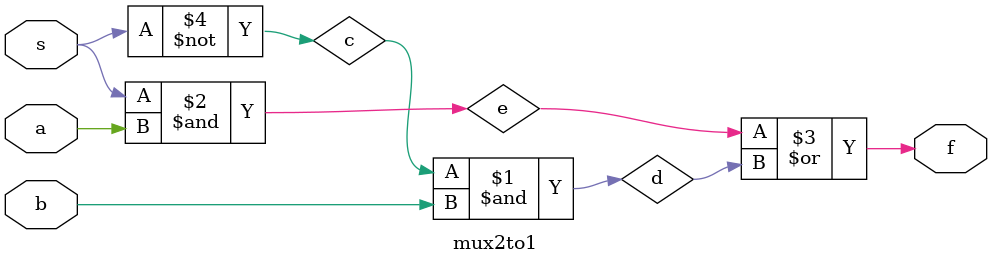
<source format=v>
`timescale 1ns/1ps

module mux2to1(f, s, a, b);
	output f;
	input a,b,s;
	wire c,d,e;
	
	not n1(c, s);
	and a1(d, c, b);
	and a2(e, s, a);
	or o1(f, e, d);
endmodule
</source>
